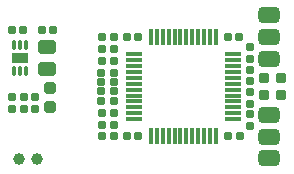
<source format=gtp>
G04*
G04 #@! TF.GenerationSoftware,Altium Limited,Altium Designer,21.5.1 (32)*
G04*
G04 Layer_Color=8421504*
%FSLAX25Y25*%
%MOIN*%
G70*
G04*
G04 #@! TF.SameCoordinates,46425C1A-2BEC-4B65-9795-0374EE0649E2*
G04*
G04*
G04 #@! TF.FilePolarity,Positive*
G04*
G01*
G75*
G04:AMPARAMS|DCode=12|XSize=53.15mil|YSize=70.87mil|CornerRadius=13.29mil|HoleSize=0mil|Usage=FLASHONLY|Rotation=270.000|XOffset=0mil|YOffset=0mil|HoleType=Round|Shape=RoundedRectangle|*
%AMROUNDEDRECTD12*
21,1,0.05315,0.04429,0,0,270.0*
21,1,0.02657,0.07087,0,0,270.0*
1,1,0.02657,-0.02215,-0.01329*
1,1,0.02657,-0.02215,0.01329*
1,1,0.02657,0.02215,0.01329*
1,1,0.02657,0.02215,-0.01329*
%
%ADD12ROUNDEDRECTD12*%
G04:AMPARAMS|DCode=13|XSize=23.62mil|YSize=25.59mil|CornerRadius=3.9mil|HoleSize=0mil|Usage=FLASHONLY|Rotation=180.000|XOffset=0mil|YOffset=0mil|HoleType=Round|Shape=RoundedRectangle|*
%AMROUNDEDRECTD13*
21,1,0.02362,0.01780,0,0,180.0*
21,1,0.01583,0.02559,0,0,180.0*
1,1,0.00780,-0.00791,0.00890*
1,1,0.00780,0.00791,0.00890*
1,1,0.00780,0.00791,-0.00890*
1,1,0.00780,-0.00791,-0.00890*
%
%ADD13ROUNDEDRECTD13*%
%ADD14C,0.03937*%
G04:AMPARAMS|DCode=15|XSize=23.62mil|YSize=25.59mil|CornerRadius=3.9mil|HoleSize=0mil|Usage=FLASHONLY|Rotation=90.000|XOffset=0mil|YOffset=0mil|HoleType=Round|Shape=RoundedRectangle|*
%AMROUNDEDRECTD15*
21,1,0.02362,0.01780,0,0,90.0*
21,1,0.01583,0.02559,0,0,90.0*
1,1,0.00780,0.00890,0.00791*
1,1,0.00780,0.00890,-0.00791*
1,1,0.00780,-0.00890,-0.00791*
1,1,0.00780,-0.00890,0.00791*
%
%ADD15ROUNDEDRECTD15*%
G04:AMPARAMS|DCode=16|XSize=57.09mil|YSize=45.28mil|CornerRadius=5.89mil|HoleSize=0mil|Usage=FLASHONLY|Rotation=180.000|XOffset=0mil|YOffset=0mil|HoleType=Round|Shape=RoundedRectangle|*
%AMROUNDEDRECTD16*
21,1,0.05709,0.03350,0,0,180.0*
21,1,0.04532,0.04528,0,0,180.0*
1,1,0.01177,-0.02266,0.01675*
1,1,0.01177,0.02266,0.01675*
1,1,0.01177,0.02266,-0.01675*
1,1,0.01177,-0.02266,-0.01675*
%
%ADD16ROUNDEDRECTD16*%
G04:AMPARAMS|DCode=17|XSize=37.4mil|YSize=37.4mil|CornerRadius=5.98mil|HoleSize=0mil|Usage=FLASHONLY|Rotation=180.000|XOffset=0mil|YOffset=0mil|HoleType=Round|Shape=RoundedRectangle|*
%AMROUNDEDRECTD17*
21,1,0.03740,0.02543,0,0,180.0*
21,1,0.02543,0.03740,0,0,180.0*
1,1,0.01197,-0.01272,0.01272*
1,1,0.01197,0.01272,0.01272*
1,1,0.01197,0.01272,-0.01272*
1,1,0.01197,-0.01272,-0.01272*
%
%ADD17ROUNDEDRECTD17*%
G04:AMPARAMS|DCode=18|XSize=11.81mil|YSize=55.12mil|CornerRadius=1.95mil|HoleSize=0mil|Usage=FLASHONLY|Rotation=270.000|XOffset=0mil|YOffset=0mil|HoleType=Round|Shape=RoundedRectangle|*
%AMROUNDEDRECTD18*
21,1,0.01181,0.05122,0,0,270.0*
21,1,0.00791,0.05512,0,0,270.0*
1,1,0.00390,-0.02561,-0.00396*
1,1,0.00390,-0.02561,0.00396*
1,1,0.00390,0.02561,0.00396*
1,1,0.00390,0.02561,-0.00396*
%
%ADD18ROUNDEDRECTD18*%
G04:AMPARAMS|DCode=19|XSize=11.81mil|YSize=31.5mil|CornerRadius=1.29mil|HoleSize=0mil|Usage=FLASHONLY|Rotation=180.000|XOffset=0mil|YOffset=0mil|HoleType=Round|Shape=RoundedRectangle|*
%AMROUNDEDRECTD19*
21,1,0.01181,0.02892,0,0,180.0*
21,1,0.00923,0.03150,0,0,180.0*
1,1,0.00258,-0.00462,0.01446*
1,1,0.00258,0.00462,0.01446*
1,1,0.00258,0.00462,-0.01446*
1,1,0.00258,-0.00462,-0.01446*
%
%ADD19ROUNDEDRECTD19*%
G04:AMPARAMS|DCode=20|XSize=32.28mil|YSize=55.12mil|CornerRadius=0mil|HoleSize=0mil|Usage=FLASHONLY|Rotation=90.000|XOffset=0mil|YOffset=0mil|HoleType=Round|Shape=RoundedRectangle|*
%AMROUNDEDRECTD20*
21,1,0.03228,0.05512,0,0,90.0*
21,1,0.03228,0.05512,0,0,90.0*
1,1,0.00000,0.02756,0.01614*
1,1,0.00000,0.02756,-0.01614*
1,1,0.00000,-0.02756,-0.01614*
1,1,0.00000,-0.02756,0.01614*
%
%ADD20ROUNDEDRECTD20*%
G04:AMPARAMS|DCode=21|XSize=27.56mil|YSize=25.59mil|CornerRadius=4.22mil|HoleSize=0mil|Usage=FLASHONLY|Rotation=0.000|XOffset=0mil|YOffset=0mil|HoleType=Round|Shape=RoundedRectangle|*
%AMROUNDEDRECTD21*
21,1,0.02756,0.01715,0,0,0.0*
21,1,0.01911,0.02559,0,0,0.0*
1,1,0.00845,0.00956,-0.00857*
1,1,0.00845,-0.00956,-0.00857*
1,1,0.00845,-0.00956,0.00857*
1,1,0.00845,0.00956,0.00857*
%
%ADD21ROUNDEDRECTD21*%
G04:AMPARAMS|DCode=22|XSize=11.81mil|YSize=55.12mil|CornerRadius=1.95mil|HoleSize=0mil|Usage=FLASHONLY|Rotation=180.000|XOffset=0mil|YOffset=0mil|HoleType=Round|Shape=RoundedRectangle|*
%AMROUNDEDRECTD22*
21,1,0.01181,0.05122,0,0,180.0*
21,1,0.00791,0.05512,0,0,180.0*
1,1,0.00390,-0.00396,0.02561*
1,1,0.00390,0.00396,0.02561*
1,1,0.00390,0.00396,-0.02561*
1,1,0.00390,-0.00396,-0.02561*
%
%ADD22ROUNDEDRECTD22*%
G04:AMPARAMS|DCode=23|XSize=31.5mil|YSize=31.5mil|CornerRadius=3.94mil|HoleSize=0mil|Usage=FLASHONLY|Rotation=270.000|XOffset=0mil|YOffset=0mil|HoleType=Round|Shape=RoundedRectangle|*
%AMROUNDEDRECTD23*
21,1,0.03150,0.02362,0,0,270.0*
21,1,0.02362,0.03150,0,0,270.0*
1,1,0.00787,-0.01181,-0.01181*
1,1,0.00787,-0.01181,0.01181*
1,1,0.00787,0.01181,0.01181*
1,1,0.00787,0.01181,-0.01181*
%
%ADD23ROUNDEDRECTD23*%
D12*
X89173Y20177D02*
D03*
Y5610D02*
D03*
Y46161D02*
D03*
Y38878D02*
D03*
Y53445D02*
D03*
Y12894D02*
D03*
D13*
X75394Y46063D02*
D03*
X79331D02*
D03*
X45669Y12992D02*
D03*
X41732D02*
D03*
X33465D02*
D03*
X37402D02*
D03*
Y46063D02*
D03*
X33465D02*
D03*
X45669D02*
D03*
X41732D02*
D03*
X17323Y48327D02*
D03*
X13386D02*
D03*
X79528Y12992D02*
D03*
X75591D02*
D03*
X33465Y16929D02*
D03*
X37402D02*
D03*
X3347Y48327D02*
D03*
X7283D02*
D03*
X37402Y20866D02*
D03*
X33465D02*
D03*
Y42126D02*
D03*
X37402D02*
D03*
Y38189D02*
D03*
X33465D02*
D03*
D14*
X11811Y5512D02*
D03*
X5906D02*
D03*
D15*
X3642Y22244D02*
D03*
Y26181D02*
D03*
X82874Y35236D02*
D03*
Y31299D02*
D03*
X7579Y26181D02*
D03*
X7579Y22244D02*
D03*
X11319Y26181D02*
D03*
Y22244D02*
D03*
X82874Y38780D02*
D03*
Y42717D02*
D03*
Y20276D02*
D03*
Y16339D02*
D03*
Y27756D02*
D03*
Y23819D02*
D03*
D16*
X15256Y35531D02*
D03*
Y42618D02*
D03*
D17*
X16240Y22933D02*
D03*
Y29232D02*
D03*
D18*
X77165Y28543D02*
D03*
Y26575D02*
D03*
Y40354D02*
D03*
Y38386D02*
D03*
Y18701D02*
D03*
Y20669D02*
D03*
Y22638D02*
D03*
Y24606D02*
D03*
Y30512D02*
D03*
Y32480D02*
D03*
Y34449D02*
D03*
Y36417D02*
D03*
X44094Y40354D02*
D03*
Y38386D02*
D03*
Y36417D02*
D03*
Y34449D02*
D03*
Y32480D02*
D03*
Y30512D02*
D03*
Y28543D02*
D03*
Y26575D02*
D03*
Y24606D02*
D03*
Y22638D02*
D03*
Y20669D02*
D03*
Y18701D02*
D03*
D19*
X4232Y34843D02*
D03*
X6201D02*
D03*
X8169D02*
D03*
Y43307D02*
D03*
X6201D02*
D03*
X4232D02*
D03*
D20*
X6201Y39075D02*
D03*
D21*
X33268Y24803D02*
D03*
X37598D02*
D03*
Y27953D02*
D03*
X33268D02*
D03*
X37598Y31102D02*
D03*
X33268D02*
D03*
X37598Y34252D02*
D03*
X33268D02*
D03*
D22*
X71457Y46063D02*
D03*
X69488D02*
D03*
X67520D02*
D03*
X65551D02*
D03*
X63583D02*
D03*
X61614D02*
D03*
X59646D02*
D03*
X57677D02*
D03*
X55709D02*
D03*
X53740D02*
D03*
X51772D02*
D03*
X49803D02*
D03*
Y12992D02*
D03*
X51772D02*
D03*
X53740D02*
D03*
X55709D02*
D03*
X57677D02*
D03*
X59646D02*
D03*
X61614D02*
D03*
X63583D02*
D03*
X65551D02*
D03*
X67520D02*
D03*
X69488D02*
D03*
X71457D02*
D03*
D23*
X87402Y32283D02*
D03*
X93307D02*
D03*
X87402Y26772D02*
D03*
X93307D02*
D03*
M02*

</source>
